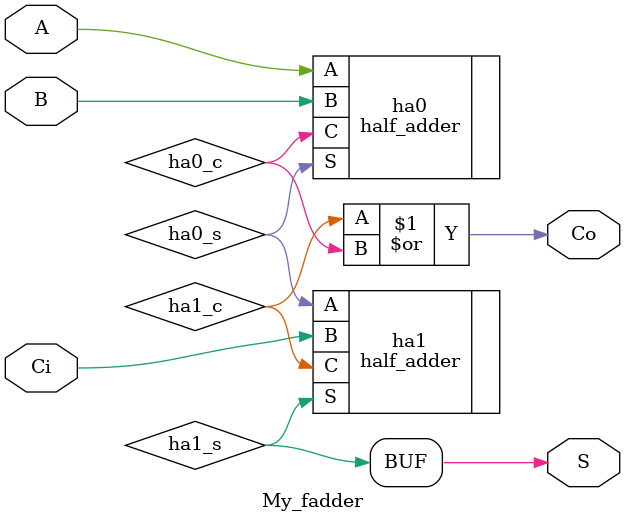
<source format=v>
`timescale 1ns / 1ps


module My_fadder(
    input A,
    input B,
    input Ci,
    output S,
    output Co
    );
 
 wire ha0_s,ha0_c;
 wire ha1_s,ha1_c;
 
 assign S = ha1_s;
 assign Co= ha1_c | ha0_c;
 
 
 half_adder ha0 (
    .A(A),
    .B(B),
    .S(ha0_s),
    .C(ha0_c)
    );
    
 half_adder ha1 (
    .A(ha0_s),
    .B(Ci),
    .S(ha1_s),
    .C(ha1_c)
);   
endmodule

</source>
